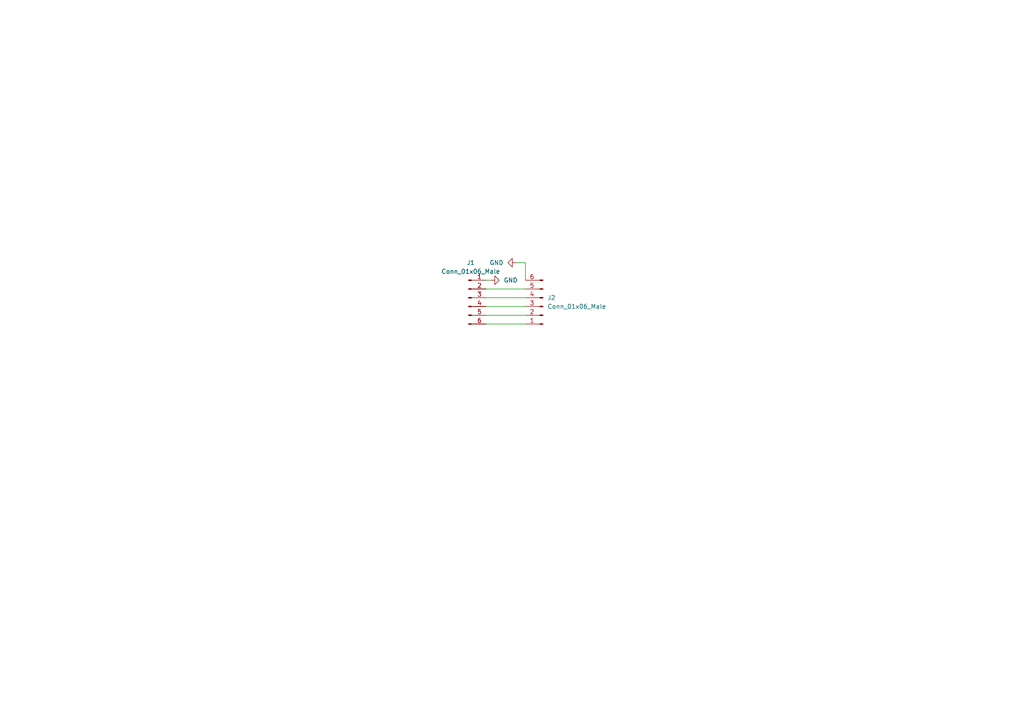
<source format=kicad_sch>
(kicad_sch (version 20250114) (generator "eeschema") (generator_version "9.0")
  (paper "A4")
  (lib_symbols
    (symbol "Connector:Conn_01x06_Male" (pin_names (offset 1.016) (hide yes))
      (property "Reference" "J" (at 0 7.62 0))
      (property "Value" "Conn_01x06_Male" (at 0 -10.16 0))
      (symbol "Conn_01x06_Male_1_1"
        (rectangle (start 0.8636 5.207) (end 0 4.953) (stroke (width 0.1524)) (fill (type outline)))
        (rectangle (start 0.8636 2.667) (end 0 2.413) (stroke (width 0.1524)) (fill (type outline)))
        (rectangle (start 0.8636 0.127) (end 0 -0.127) (stroke (width 0.1524)) (fill (type outline)))
        (rectangle (start 0.8636 -2.413) (end 0 -2.667) (stroke (width 0.1524)) (fill (type outline)))
        (rectangle (start 0.8636 -4.953) (end 0 -5.207) (stroke (width 0.1524)) (fill (type outline)))
        (rectangle (start 0.8636 -7.493) (end 0 -7.747) (stroke (width 0.1524)) (fill (type outline)))
        (polyline (pts (xy 1.27 5.08) (xy 0.8636 5.08)) (stroke (width 0.1524)))
        (polyline (pts (xy 1.27 2.54) (xy 0.8636 2.54)) (stroke (width 0.1524)))
        (polyline (pts (xy 1.27 0) (xy 0.8636 0)) (stroke (width 0.1524)))
        (polyline (pts (xy 1.27 -2.54) (xy 0.8636 -2.54)) (stroke (width 0.1524)))
        (polyline (pts (xy 1.27 -5.08) (xy 0.8636 -5.08)) (stroke (width 0.1524)))
        (polyline (pts (xy 1.27 -7.62) (xy 0.8636 -7.62)) (stroke (width 0.1524)))
        (pin passive line (at 5.08 5.08 180) (length 3.81) (name "Pin_1") (number "1"))
        (pin passive line (at 5.08 2.54 180) (length 3.81) (name "Pin_2") (number "2"))
        (pin passive line (at 5.08 0 180) (length 3.81) (name "Pin_3") (number "3"))
        (pin passive line (at 5.08 -2.54 180) (length 3.81) (name "Pin_4") (number "4"))
        (pin passive line (at 5.08 -5.08 180) (length 3.81) (name "Pin_5") (number "5"))
        (pin passive line (at 5.08 -7.62 180) (length 3.81) (name "Pin_6") (number "6"))
      )
    )
    (symbol "power:GND" (power) (pin_names (offset 0))
      (property "Value" "GND" (at 0 -3.81 0))
      (symbol "GND_0_1"
        (polyline (pts (xy 0 0) (xy 0 -1.27) (xy 1.27 -1.27) (xy 0 -2.54) (xy -1.27 -1.27) (xy 0 -1.27)))
      )
      (symbol "GND_1_1"
        (pin power_in line (at 0 0 270) (length 0) (hide yes) (name "GND") (number "1"))
      )
    )
  )
  (wire (pts (xy 152.4 76.2) (xy 152.4 81.28)))
  (wire (pts (xy 140.97 83.82) (xy 152.4 83.82)))
  (wire (pts (xy 140.97 91.44) (xy 152.4 91.44)))
  (wire (pts (xy 149.86 76.2) (xy 152.4 76.2)))
  (wire (pts (xy 140.97 81.28) (xy 142.24 81.28)))
  (wire (pts (xy 140.97 93.98) (xy 152.4 93.98)))
  (wire (pts (xy 140.97 88.9) (xy 152.4 88.9)))
  (wire (pts (xy 140.97 86.36) (xy 152.4 86.36)))
  (symbol (lib_id "Connector:Conn_01x06_Male") (at 135.89 86.36 0) (unit 1)
    (property "Reference" "J1" (at 136.525 76.2 0))
    (property "Value" "Conn_01x06_Male" (at 136.525 78.74 0))
    (property "Footprint" "Connector_PinHeader_2.54mm:PinHeader_1x06_P2.54mm_Vertical" (effects (hide yes)))
    (property "Description" "Generic connector, single row, 01x06, script generated (kicad-library-utils/schlib/autogen/connector/)" (effects (hide yes)))
  )
  (symbol (lib_id "Connector:Conn_01x06_Male") (at 157.48 88.9 180) (unit 1)
    (property "Reference" "J2" (at 158.75 86.3599 0) (effects (justify right)))
    (property "Value" "Conn_01x06_Male" (at 158.75 88.8999 0) (effects (justify right)))
    (property "Footprint" "Connector_PinHeader_2.54mm:PinHeader_1x06_P2.54mm_Vertical" (effects (hide yes)))
    (property "Description" "Generic connector, single row, 01x06, script generated (kicad-library-utils/schlib/autogen/connector/)" (effects (hide yes)))
  )
  (symbol (lib_id "power:GND") (at 149.86 76.2 270) (unit 1)
    (property "Reference" "#PWR02" (effects (hide yes)))
    (property "Value" "GND" (at 146.05 76.1999 90) (effects (justify right)))
    (property "Description" "Power symbol creates a global label with name \"GND\" , ground" (effects (hide yes)))
  )
  (symbol (lib_id "power:GND") (at 142.24 81.28 90) (unit 1)
    (property "Reference" "#PWR01" (effects (hide yes)))
    (property "Value" "GND" (at 146.05 81.2799 90) (effects (justify right)))
    (property "Description" "Power symbol creates a global label with name \"GND\" , ground" (effects (hide yes)))
  )
)
</source>
